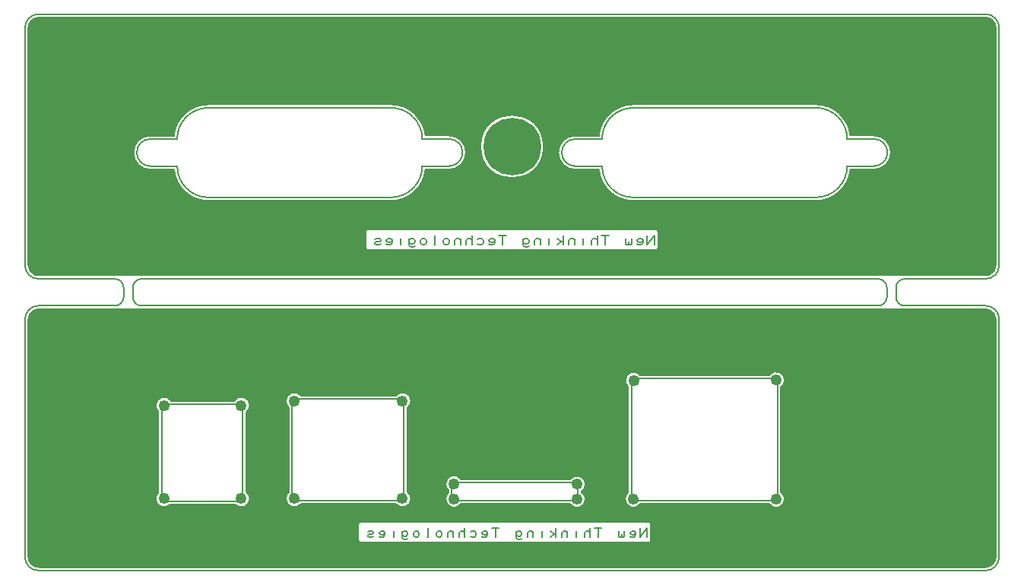
<source format=gbr>
%FSLAX36Y36*%
%MOMM*%
G04 EasyPC Gerber Version 18.0.8 Build 3632 *
%ADD82R,1.50000X16.75000*%
%ADD81R,2.00000X16.75000*%
%ADD28R,3.75000X26.50000*%
%ADD11C,0.12700*%
%ADD12C,0.20000*%
%ADD84C,1.25000*%
%ADD15C,5.00000*%
%ADD85C,6.41000*%
%ADD25R,105.50000X2.50000*%
%ADD79R,39.20000X3.00000*%
%ADD80R,6.20000X6.20000*%
X0Y0D02*
D02*
D11*
X41118600Y64458800D02*
G75*
G03X40393700Y63411500I394100J-1047300D01*
G01*
Y36911500*
G75*
G03X41512700Y35792500I1119000*
G01*
X147012700*
G75*
G03X148131700Y36911500J1119000*
G01*
Y63411500*
G75*
G03X147406800Y64458800I-1119000*
G01*
G75*
G03X147012700Y64511500I-394100J-1447200*
G01*
X41512700*
G75*
G03X41118600Y64458800J-1500000*
G01*
X54881700Y44111600D02*
Y53111400D01*
G75*
G02X54570200Y53811500I631000J700100*
G01*
G75*
G02X56323200Y54292500I942500*
G01*
X63302200*
G75*
G02X65055200Y53811500I810500J-481000*
G01*
G75*
G02X64643700Y53032800I-942500*
G01*
Y44190200*
G75*
G02X65055200Y43411500I-531000J-778700*
G01*
G75*
G02X63461100Y42730500I-942500*
G01*
X56164300*
G75*
G02X54570200Y43411500I-651600J681000*
G01*
G75*
G02X54881700Y44111600I942500*
G01*
X69381700D02*
Y53611400D01*
G75*
G02X69070200Y54311500I631000J700100*
G01*
G75*
G02X70754800Y54892500I942500*
G01*
X81320600*
G75*
G02X83005200Y54311500I742100J-581000*
G01*
G75*
G02X82593700Y53532800I-942500*
G01*
Y44190200*
G75*
G02X83005200Y43411500I-531000J-778700*
G01*
G75*
G02X81320600Y42830500I-942500*
G01*
X70754800*
G75*
G02X69070200Y43411500I-742100J581000*
G01*
G75*
G02X69381700Y44111600I942500*
G01*
X87181700Y44085200D02*
Y44350300D01*
G75*
G02X86857700Y45061500I618500J711200*
G01*
G75*
G02X88578900Y45592500I942500*
G01*
X100748500*
G75*
G02X102442700Y45024000I751700J-568500*
G01*
G75*
G02X101993700Y44221000I-942500*
G01*
Y44164500*
G75*
G02X102442700Y43361500I-493500J-803000*
G01*
G75*
G02X100721500Y42830500I-942500*
G01*
X88570200*
G75*
G02X86857700Y43374000I-770000J543500*
G01*
G75*
G02X87181700Y44085200I942500*
G01*
X107181700Y44106200D02*
Y55886400D01*
G75*
G02X106870200Y56586500I631000J700100*
G01*
G75*
G02X108534600Y57192500I942500*
G01*
X122926700*
G75*
G02X124630200Y56636500I761000J-556000*
G01*
G75*
G02X124193700Y55841300I-942500*
G01*
Y44161100*
G75*
G02X124617700Y43374000I-518600J-787100*
G01*
G75*
G02X122905200Y42830500I-942500*
G01*
X108545200*
G75*
G02X106832700Y43374000I-770000J543500*
G01*
G75*
G02X107181700Y44106200I942500*
G01*
X109730200Y38811500D02*
G75*
G02X109412700Y38494000I-317500D01*
G01*
X77462700*
G75*
G02X77145200Y38811500J317500*
G01*
Y40535500*
G75*
G02X77462700Y40853000I317500*
G01*
X109412700*
G75*
G02X109730200Y40535500J-317500*
G01*
Y38811500*
X40393700Y48611500D02*
G36*
Y44211500D01*
X54881700*
Y48611500*
X40393700*
G37*
X54881700D02*
G36*
Y53111400D01*
G75*
G02X54570200Y53811500I631000J700100*
G01*
G75*
G02X56323200Y54292500I942500*
G01*
X63302200*
G75*
G02X65055200Y53811500I810500J-481000*
G01*
G75*
G02X64643700Y53032800I-942500*
G01*
Y48611500*
X69381700*
Y53611400*
G75*
G02X69070200Y54311500I631000J700100*
G01*
G75*
G02X70754800Y54892500I942500*
G01*
X81320600*
G75*
G02X83005200Y54311500I742100J-581000*
G01*
G75*
G02X82593700Y53532800I-942500*
G01*
Y48611500*
X107181700*
Y55886400*
G75*
G02X106870200Y56586500I631000J700100*
G01*
G75*
G02X108534600Y57192500I942500*
G01*
X122926700*
G75*
G02X124630200Y56636500I761000J-556000*
G01*
G75*
G02X124193700Y55841300I-942500*
G01*
Y48611500*
X148131700*
Y63411500*
G75*
G03X147406800Y64458800I-1119000*
G01*
G75*
G03X147012700Y64511500I-394100J-1447200*
G01*
X41512700*
G75*
G03X41118600Y64458800J-1500000*
G01*
G75*
G03X40393700Y63411500I394100J-1047300*
G01*
Y48611500*
X54881700*
G37*
X64643700D02*
G36*
Y44211500D01*
X69381700*
Y48611500*
X64643700*
G37*
X82593700D02*
G36*
Y44211500D01*
X87181700*
Y44350300*
G75*
G02X86857700Y45061500I618500J711200*
G01*
G75*
G02X88578900Y45592500I942500*
G01*
X100748500*
G75*
G02X102442700Y45024000I751700J-568500*
G01*
G75*
G02X101993700Y44221000I-942500*
G01*
Y44211500*
X107181700*
Y48611500*
X82593700*
G37*
X124193700D02*
G36*
Y44211500D01*
X148131700*
Y48611500*
X124193700*
G37*
X40393700Y44211500D02*
G36*
Y39673500D01*
X77145200*
Y40535500*
G75*
G02X77462700Y40853000I317500*
G01*
X109412700*
G75*
G02X109730200Y40535500J-317500*
G01*
Y39673500*
X148131700*
Y44211500*
X124193700*
Y44161100*
G75*
G02X124617700Y43374000I-518600J-787100*
G01*
G75*
G02X122905200Y42830500I-942500*
G01*
X108545200*
G75*
G02X106832700Y43374000I-770000J543500*
G01*
G75*
G02X107181700Y44106200I942500*
G01*
Y44211500*
X101993700*
Y44164500*
G75*
G02X102442700Y43361500I-493500J-803000*
G01*
G75*
G02X100721500Y42830500I-942500*
G01*
X88570200*
G75*
G02X86857700Y43374000I-770000J543500*
G01*
G75*
G02X87181700Y44085200I942500*
G01*
Y44211500*
X82593700*
Y44190200*
G75*
G02X83005200Y43411500I-531000J-778700*
G01*
G75*
G02X81320600Y42830500I-942500*
G01*
X70754800*
G75*
G02X69070200Y43411500I-742100J581000*
G01*
G75*
G02X69381700Y44111600I942500*
G01*
Y44211500*
X64643700*
Y44190200*
G75*
G02X65055200Y43411500I-531000J-778700*
G01*
G75*
G02X63461100Y42730500I-942500*
G01*
X56164300*
G75*
G02X54570200Y43411500I-651600J681000*
G01*
G75*
G02X54881700Y44111600I942500*
G01*
Y44211500*
X40393700*
G37*
Y39673500D02*
G36*
Y36911500D01*
G75*
G03X41512700Y35792500I1119000*
G01*
X147012700*
G75*
G03X148131700Y36911500J1119000*
G01*
Y39673500*
X109730200*
Y38811500*
G75*
G02X109412700Y38494000I-317500*
G01*
X77462700*
G75*
G02X77145200Y38811500J317500*
G01*
Y39673500*
X40393700*
G37*
X41118600Y68364200D02*
G75*
G03X41512700Y68311500I394100J1447300D01*
G01*
X147012700*
G75*
G03X147406800Y68364200J1499900*
G01*
G75*
G03X148131700Y69411500I-394100J1047300*
G01*
Y95911500*
G75*
G03X147012700Y97030500I-1119000*
G01*
X41512700*
G75*
G03X40393700Y95911500J-1119000*
G01*
Y69411500*
G75*
G03X41118600Y68364200I1119000*
G01*
X53962700Y83873100D02*
X56595100D01*
G75*
G02X60441700Y87357500I3846600J-381000*
G01*
X80783900*
G75*
G02X84624200Y83879300J-3859100*
G01*
X87275300*
G75*
G02X89131900Y82022700J-1856600*
G01*
Y81966900*
G75*
G02X87269100Y80104100I-1862800*
G01*
X84624300*
G75*
G02X80765300Y76607300I-3859000J381000*
G01*
X60447900*
G75*
G02X56612600Y80091700J3853000*
G01*
X53956500*
G75*
G02X52093700Y81954500J1862800*
G01*
Y82004100*
G75*
G02X53962700Y83873100I1869000*
G01*
X90740200Y82661500D02*
G75*
G02X97785200I3522500D01*
G01*
G75*
G02X90740200I-3522500*
G01*
X101283700Y83873100D02*
X103916100D01*
G75*
G02X107762700Y87357500I3846600J-381000*
G01*
X128104900*
G75*
G02X131945200Y83879300J-3859100*
G01*
X134596300*
G75*
G02X136452900Y82022700J-1856600*
G01*
Y81966900*
G75*
G02X134590100Y80104100I-1862800*
G01*
X131945300*
G75*
G02X128086300Y76607300I-3859000J381000*
G01*
X107768900*
G75*
G02X103933600Y80091700J3853000*
G01*
X101277500*
G75*
G02X99414700Y81954500J1862800*
G01*
Y82004100*
G75*
G02X101283700Y83873100I1869000*
G01*
X110530200Y71411500D02*
G75*
G02X110212700Y71094000I-317500D01*
G01*
X78262700*
G75*
G02X77945200Y71411500J317500*
G01*
Y73135500*
G75*
G02X78262700Y73453000I317500*
G01*
X110212700*
G75*
G02X110530200Y73135500J-317500*
G01*
Y71411500*
X40393700Y81982400D02*
G36*
Y72273500D01*
X77945200*
Y73135500*
G75*
G02X78262700Y73453000I317500*
G01*
X110212700*
G75*
G02X110530200Y73135500J-317500*
G01*
Y72273500*
X148131700*
Y81982400*
X136452900*
Y81966900*
G75*
G02X134590100Y80104100I-1862800*
G01*
X131945300*
G75*
G02X128086300Y76607300I-3859000J381000*
G01*
X107768900*
G75*
G02X103933600Y80091700J3853000*
G01*
X101277500*
G75*
G02X99414700Y81954500J1862800*
G01*
Y81982400*
X97719100*
G75*
G02X90806300I-3456400J679100*
G01*
X89131900*
Y81966900*
G75*
G02X87269100Y80104100I-1862800*
G01*
X84624300*
G75*
G02X80765300Y76607300I-3859000J381000*
G01*
X60447900*
G75*
G02X56612600Y80091700J3853000*
G01*
X53956500*
G75*
G02X52093700Y81954500J1862800*
G01*
Y81982400*
X40393700*
G37*
X52093700D02*
G36*
Y82004100D01*
G75*
G02X53962700Y83873100I1869000*
G01*
X56595100*
G75*
G02X60441700Y87357500I3846600J-381000*
G01*
X80783900*
G75*
G02X84624200Y83879300J-3859100*
G01*
X87275300*
G75*
G02X89131900Y82022700J-1856600*
G01*
Y81982400*
X90806300*
G75*
G02X90740200Y82661500I3456300J679200*
G01*
G75*
G02X97785200I3522500*
G01*
G75*
G02X97719100Y81982400I-3522700J100*
G01*
X99414700*
Y82004100*
G75*
G02X101283700Y83873100I1869000*
G01*
X103916100*
G75*
G02X107762700Y87357500I3846600J-381000*
G01*
X128104900*
G75*
G02X131945200Y83879300J-3859100*
G01*
X134596300*
G75*
G02X136452900Y82022700J-1856600*
G01*
Y81982400*
X148131700*
Y95911500*
G75*
G03X147012700Y97030500I-1119000*
G01*
X41512700*
G75*
G03X40393700Y95911500J-1119000*
G01*
Y81982400*
X52093700*
G37*
X40393700Y72273500D02*
G36*
Y69411500D01*
G75*
G03X41118600Y68364200I1119000*
G01*
G75*
G03X41512700Y68311500I394100J1447300*
G01*
X147012700*
G75*
G03X147406800Y68364200J1499900*
G01*
G75*
G03X148131700Y69411500I-394100J1047300*
G01*
Y72273500*
X110530200*
Y71411500*
G75*
G02X110212700Y71094000I-317500*
G01*
X78262700*
G75*
G02X77945200Y71411500J317500*
G01*
Y72273500*
X40393700*
G37*
X41512700Y97411500D02*
G75*
G03X40012700Y95911500J-1500000D01*
G01*
Y69411500*
G75*
G03X41512700Y67911500I1500000*
G01*
X50012700*
G75*
G02X51012700Y66911500J-1000000*
G01*
Y65911500*
G75*
G02X50012700Y64911500I-1000000*
G01*
X41512700*
G75*
G03X40012700Y63411500J-1500000*
G01*
Y36911500*
G75*
G03X41512700Y35411500I1500000*
G01*
X147012700*
G75*
G03X148512700Y36911500J1500000*
G01*
Y63411500*
G75*
G03X147012700Y64911500I-1500000*
G01*
X138012700*
G75*
G02X137012700Y65911500J1000000*
G01*
Y66911500*
G75*
G02X138012700Y67911500I1000000*
G01*
X147012700*
G75*
G03X148512700Y69411500J1500000*
G01*
Y95911500*
G75*
G03X147012700Y97411500I-1500000*
G01*
X41512700*
X53012700Y67911500D02*
G75*
G03X52012700Y66911500J-1000000D01*
G01*
Y65911500*
G75*
G03X53012700Y64911500I1000000*
G01*
X135012700*
G75*
G03X136012700Y65911500J1000000*
G01*
Y66911500*
G75*
G03X135012700Y67911500I-1000000*
G01*
X53012700*
X55762700Y53911500D02*
G75*
G03X55262700Y53411500J-500000D01*
G01*
Y43511500*
G75*
G03X55662700Y43111500I400000*
G01*
X63862700*
G75*
G03X64262700Y43511500J400000*
G01*
Y53411500*
G75*
G03X63762700Y53911500I-500000*
G01*
X55762700*
X60441700Y86976500D02*
G75*
G03X56957300Y83492100J-3484400D01*
G01*
X53962700*
G75*
G03X52474700Y82004100J-1488000*
G01*
Y81954500*
G75*
G03X53956500Y80472700I1481800*
G01*
X56975900*
Y80460300*
G75*
G03X60447900Y76988300I3472000*
G01*
X80765300*
G75*
G03X84262100Y80485100J3496800*
G01*
X87269100*
G75*
G03X88750900Y81966900J1481800*
G01*
Y82022700*
G75*
G03X87275300Y83498300I-1475600*
G01*
X84262100*
G75*
G03X80783900Y86976500I-3478200*
G01*
X60441700*
X70262700Y54511500D02*
G75*
G03X69762700Y54011500J-500000D01*
G01*
Y43711500*
G75*
G03X70262700Y43211500I500000*
G01*
X81712700*
G75*
G03X82212700Y43711500J500000*
G01*
Y54011500*
G75*
G03X81712700Y54511500I-500000*
G01*
X70262700*
X88062700Y45211500D02*
G75*
G03X87562700Y44711500J-500000D01*
G01*
Y43711500*
G75*
G03X88062700Y43211500I500000*
G01*
X101112700*
G75*
G03X101612700Y43711500J500000*
G01*
Y44711500*
G75*
G03X101112700Y45211500I-500000*
G01*
X88062700*
X107762700Y86976500D02*
G75*
G03X104278300Y83492100J-3484400D01*
G01*
X101283700*
G75*
G03X99795700Y82004100J-1488000*
G01*
Y81954500*
G75*
G03X101277500Y80472700I1481800*
G01*
X104296900*
Y80460300*
G75*
G03X107768900Y76988300I3472000*
G01*
X128086300*
G75*
G03X131583100Y80485100J3496800*
G01*
X134590100*
G75*
G03X136071900Y81966900J1481800*
G01*
Y82022700*
G75*
G03X134596300Y83498300I-1475600*
G01*
X131583100*
G75*
G03X128104900Y86976500I-3478200*
G01*
X107762700*
X108062700Y56811500D02*
G75*
G03X107562700Y56311500J-500000D01*
G01*
Y43711500*
G75*
G03X108062700Y43211500I500000*
G01*
X123312700*
G75*
G03X123812700Y43711500J500000*
G01*
Y56311500*
G75*
G03X123312700Y56811500I-500000*
G01*
X108062700*
D02*
D12*
X109312700Y39149600D02*
Y40102100D01*
X108518900Y39149600*
Y40102100*
X107407700Y39229000D02*
X107487100Y39149600D01*
X107645800*
X107804600*
X107963300Y39229000*
X108042700Y39387800*
Y39625900*
X107963300Y39705300*
X107804600Y39784600*
X107645800*
X107487100Y39705300*
X107407700Y39625900*
Y39546500*
X107487100Y39467100*
X107645800Y39387800*
X107804600*
X107963300Y39467100*
X108042700Y39546500*
X106772700Y39784600D02*
Y39229000D01*
X106693300Y39149600*
X106534600*
X106455200Y39229000*
Y39467100*
Y39229000D02*
X106375800Y39149600D01*
X106217100*
X106137700Y39229000*
Y39784600*
X103835800Y39149600D02*
Y40102100D01*
X104232700D02*
X103438900D01*
X102962700Y39149600D02*
Y40102100D01*
Y39546500D02*
X102883300Y39705300D01*
X102724600Y39784600*
X102565800*
X102407100Y39705300*
X102327700Y39546500*
Y39149600*
X101375200D02*
Y39784600D01*
Y40022800D02*
X100422700Y39149600*
Y39784600D01*
Y39546500D02*
X100343300Y39705300D01*
X100184600Y39784600*
X100025800*
X99867100Y39705300*
X99787700Y39546500*
Y39149600*
X99152700D02*
Y40102100D01*
Y39467100D02*
X98914600D01*
X98517700Y39784600*
X98914600Y39467100D02*
X98517700Y39149600D01*
X97565200D02*
Y39784600D01*
Y40022800D02*
X96612700Y39149600*
Y39784600D01*
Y39546500D02*
X96533300Y39705300D01*
X96374600Y39784600*
X96215800*
X96057100Y39705300*
X95977700Y39546500*
Y39149600*
X94707700Y39546500D02*
X94787100Y39705300D01*
X94945800Y39784600*
X95104600*
X95263300Y39705300*
X95342700Y39546500*
Y39467100*
X95263300Y39308400*
X95104600Y39229000*
X94945800*
X94787100Y39308400*
X94707700Y39467100*
Y39784600D02*
Y39149600D01*
X94787100Y38990900*
X94945800Y38911500*
X95183900*
X95342700Y38990900*
X92405800Y39149600D02*
Y40102100D01*
X92802700D02*
X92008900D01*
X90897700Y39229000D02*
X90977100Y39149600D01*
X91135800*
X91294600*
X91453300Y39229000*
X91532700Y39387800*
Y39625900*
X91453300Y39705300*
X91294600Y39784600*
X91135800*
X90977100Y39705300*
X90897700Y39625900*
Y39546500*
X90977100Y39467100*
X91135800Y39387800*
X91294600*
X91453300Y39467100*
X91532700Y39546500*
X89627700Y39705300D02*
X89786400Y39784600D01*
X90024600*
X90183300Y39705300*
X90262700Y39546500*
Y39387800*
X90183300Y39229000*
X90024600Y39149600*
X89786400*
X89627700Y39229000*
X88992700Y39149600D02*
Y40102100D01*
Y39546500D02*
X88913300Y39705300D01*
X88754600Y39784600*
X88595800*
X88437100Y39705300*
X88357700Y39546500*
Y39149600*
X87722700D02*
Y39784600D01*
Y39546500D02*
X87643300Y39705300D01*
X87484600Y39784600*
X87325800*
X87167100Y39705300*
X87087700Y39546500*
Y39149600*
X86452700Y39387800D02*
X86373300Y39229000D01*
X86214600Y39149600*
X86055800*
X85897100Y39229000*
X85817700Y39387800*
Y39546500*
X85897100Y39705300*
X86055800Y39784600*
X86214600*
X86373300Y39705300*
X86452700Y39546500*
Y39387800*
X84785800Y39149600D02*
X84865200D01*
Y40102100*
X83912700Y39387800D02*
X83833300Y39229000D01*
X83674600Y39149600*
X83515800*
X83357100Y39229000*
X83277700Y39387800*
Y39546500*
X83357100Y39705300*
X83515800Y39784600*
X83674600*
X83833300Y39705300*
X83912700Y39546500*
Y39387800*
X82007700Y39546500D02*
X82087100Y39705300D01*
X82245800Y39784600*
X82404600*
X82563300Y39705300*
X82642700Y39546500*
Y39467100*
X82563300Y39308400*
X82404600Y39229000*
X82245800*
X82087100Y39308400*
X82007700Y39467100*
Y39784600D02*
Y39149600D01*
X82087100Y38990900*
X82245800Y38911500*
X82483900*
X82642700Y38990900*
X81055200Y39149600D02*
Y39784600D01*
Y40022800D02*
X79467700Y39229000*
X79547100Y39149600D01*
X79705800*
X79864600*
X80023300Y39229000*
X80102700Y39387800*
Y39625900*
X80023300Y39705300*
X79864600Y39784600*
X79705800*
X79547100Y39705300*
X79467700Y39625900*
Y39546500*
X79547100Y39467100*
X79705800Y39387800*
X79864600*
X80023300Y39467100*
X80102700Y39546500*
X78832700Y39229000D02*
X78673900Y39149600D01*
X78356400*
X78197700Y39229000*
Y39387800*
X78356400Y39467100*
X78673900*
X78832700Y39546500*
Y39705300*
X78673900Y39784600*
X78356400*
X78197700Y39705300*
X110112700Y71749600D02*
Y72702100D01*
X109318900Y71749600*
Y72702100*
X108207700Y71829000D02*
X108287100Y71749600D01*
X108445800*
X108604600*
X108763300Y71829000*
X108842700Y71987800*
Y72225900*
X108763300Y72305300*
X108604600Y72384600*
X108445800*
X108287100Y72305300*
X108207700Y72225900*
Y72146500*
X108287100Y72067100*
X108445800Y71987800*
X108604600*
X108763300Y72067100*
X108842700Y72146500*
X107572700Y72384600D02*
Y71829000D01*
X107493300Y71749600*
X107334600*
X107255200Y71829000*
Y72067100*
Y71829000D02*
X107175800Y71749600D01*
X107017100*
X106937700Y71829000*
Y72384600*
X104635800Y71749600D02*
Y72702100D01*
X105032700D02*
X104238900D01*
X103762700Y71749600D02*
Y72702100D01*
Y72146500D02*
X103683300Y72305300D01*
X103524600Y72384600*
X103365800*
X103207100Y72305300*
X103127700Y72146500*
Y71749600*
X102175200D02*
Y72384600D01*
Y72622800D02*
X101222700Y71749600*
Y72384600D01*
Y72146500D02*
X101143300Y72305300D01*
X100984600Y72384600*
X100825800*
X100667100Y72305300*
X100587700Y72146500*
Y71749600*
X99952700D02*
Y72702100D01*
Y72067100D02*
X99714600D01*
X99317700Y72384600*
X99714600Y72067100D02*
X99317700Y71749600D01*
X98365200D02*
Y72384600D01*
Y72622800D02*
X97412700Y71749600*
Y72384600D01*
Y72146500D02*
X97333300Y72305300D01*
X97174600Y72384600*
X97015800*
X96857100Y72305300*
X96777700Y72146500*
Y71749600*
X95507700Y72146500D02*
X95587100Y72305300D01*
X95745800Y72384600*
X95904600*
X96063300Y72305300*
X96142700Y72146500*
Y72067100*
X96063300Y71908400*
X95904600Y71829000*
X95745800*
X95587100Y71908400*
X95507700Y72067100*
Y72384600D02*
Y71749600D01*
X95587100Y71590900*
X95745800Y71511500*
X95983900*
X96142700Y71590900*
X93205800Y71749600D02*
Y72702100D01*
X93602700D02*
X92808900D01*
X91697700Y71829000D02*
X91777100Y71749600D01*
X91935800*
X92094600*
X92253300Y71829000*
X92332700Y71987800*
Y72225900*
X92253300Y72305300*
X92094600Y72384600*
X91935800*
X91777100Y72305300*
X91697700Y72225900*
Y72146500*
X91777100Y72067100*
X91935800Y71987800*
X92094600*
X92253300Y72067100*
X92332700Y72146500*
X90427700Y72305300D02*
X90586400Y72384600D01*
X90824600*
X90983300Y72305300*
X91062700Y72146500*
Y71987800*
X90983300Y71829000*
X90824600Y71749600*
X90586400*
X90427700Y71829000*
X89792700Y71749600D02*
Y72702100D01*
Y72146500D02*
X89713300Y72305300D01*
X89554600Y72384600*
X89395800*
X89237100Y72305300*
X89157700Y72146500*
Y71749600*
X88522700D02*
Y72384600D01*
Y72146500D02*
X88443300Y72305300D01*
X88284600Y72384600*
X88125800*
X87967100Y72305300*
X87887700Y72146500*
Y71749600*
X87252700Y71987800D02*
X87173300Y71829000D01*
X87014600Y71749600*
X86855800*
X86697100Y71829000*
X86617700Y71987800*
Y72146500*
X86697100Y72305300*
X86855800Y72384600*
X87014600*
X87173300Y72305300*
X87252700Y72146500*
Y71987800*
X85585800Y71749600D02*
X85665200D01*
Y72702100*
X84712700Y71987800D02*
X84633300Y71829000D01*
X84474600Y71749600*
X84315800*
X84157100Y71829000*
X84077700Y71987800*
Y72146500*
X84157100Y72305300*
X84315800Y72384600*
X84474600*
X84633300Y72305300*
X84712700Y72146500*
Y71987800*
X82807700Y72146500D02*
X82887100Y72305300D01*
X83045800Y72384600*
X83204600*
X83363300Y72305300*
X83442700Y72146500*
Y72067100*
X83363300Y71908400*
X83204600Y71829000*
X83045800*
X82887100Y71908400*
X82807700Y72067100*
Y72384600D02*
Y71749600D01*
X82887100Y71590900*
X83045800Y71511500*
X83283900*
X83442700Y71590900*
X81855200Y71749600D02*
Y72384600D01*
Y72622800D02*
X80267700Y71829000*
X80347100Y71749600D01*
X80505800*
X80664600*
X80823300Y71829000*
X80902700Y71987800*
Y72225900*
X80823300Y72305300*
X80664600Y72384600*
X80505800*
X80347100Y72305300*
X80267700Y72225900*
Y72146500*
X80347100Y72067100*
X80505800Y71987800*
X80664600*
X80823300Y72067100*
X80902700Y72146500*
X79632700Y71829000D02*
X79473900Y71749600D01*
X79156400*
X78997700Y71829000*
Y71987800*
X79156400Y72067100*
X79473900*
X79632700Y72146500*
Y72305300*
X79473900Y72384600*
X79156400*
X78997700Y72305300*
D02*
D15*
X46012700Y38661500D03*
Y60161500D03*
Y71161500D03*
Y92661500D03*
X142512700Y38661500D03*
Y60161500D03*
Y71161500D03*
Y92661500D03*
D02*
D25*
X94212700Y95811500D03*
X94237700Y63311500D03*
X94262700Y69561500D03*
X94287700Y36961500D03*
D02*
D28*
X42187700Y82686500D03*
X42212700Y49886500D03*
X146287700Y82736500D03*
X146312700Y50011500D03*
D02*
D79*
X70362700Y88811500D03*
X70912700Y75136500D03*
X117562700Y88861500D03*
X118112700Y75186500D03*
D02*
D80*
X53362700Y86961500D03*
X53487700Y76986500D03*
X87637700Y86961500D03*
X87762700Y76986500D03*
X100712700Y87011500D03*
X100837700Y77036500D03*
X134987700Y87011500D03*
X135112700Y77036500D03*
D02*
D81*
X51087700Y81911500D03*
X137437700Y82086500D03*
D02*
D82*
X89887700D03*
X98587700Y81911500D03*
D02*
D84*
X55512700Y43411500D03*
Y53811500D03*
X64112700Y43411500D03*
Y53811500D03*
X70012700Y43411500D03*
Y54311500D03*
X82062700Y43411500D03*
Y54311500D03*
X87800200Y43374000D03*
Y45061500D03*
X101500200Y43361500D03*
Y45024000D03*
X107775200Y43374000D03*
X107812700Y56586500D03*
X123675200Y43374000D03*
X123687700Y56636500D03*
D02*
D85*
X94262700Y82661500D03*
X0Y0D02*
M02*

</source>
